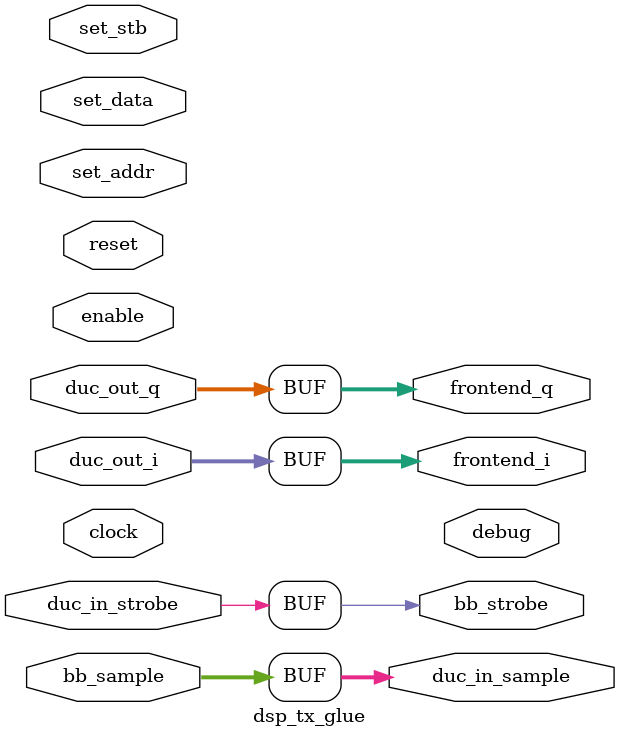
<source format=v>


module dsp_tx_glue
#(
    //the dsp unit number: 0, 1, 2...
    parameter DSPNO = 0,

    //frontend bus width
    parameter WIDTH = 24
)
(
    //control signals
    input clock, input reset, input enable,

    //user settings bus, controlled through user setting regs API
    input set_stb, input [7:0] set_addr, input [31:0] set_data,

    //full rate outputs directly to the TX frontend
    output [WIDTH-1:0] frontend_i,
    output [WIDTH-1:0] frontend_q,

    //full rate outputs directly from the DUC chain
    input [WIDTH-1:0] duc_out_i,
    input [WIDTH-1:0] duc_out_q,

    //strobed samples {I16,Q16} to the TX DUC chain
    output [31:0] duc_in_sample,
    input duc_in_strobe, //this is a backpressure signal

    //strobbed baseband samples {I16,Q16} to this module
    input [31:0] bb_sample,
    output bb_strobe, //this is a backpressure signal

    //debug output (optional)
    output [31:0] debug
);

    generate
        if (DSPNO==0) begin
            `ifndef TX_DSP0_MODULE
            assign frontend_i = duc_out_i;
            assign frontend_q = duc_out_q;
            assign duc_in_sample = bb_sample;
            assign bb_strobe = duc_in_strobe;
            `else
            TX_DSP0_MODULE tx_dsp0_custom
            (
                .clock(clock), .reset(reset), .enable(enable),
                .set_stb(set_stb), .set_addr(set_addr), .set_data(set_data),
                .frontend_i(frontend_i), .frontend_q(frontend_q),
                .duc_out_i(duc_out_i), .duc_out_q(duc_out_q),
                .duc_in_sample(duc_in_sample), .duc_in_strobe(duc_in_strobe),
                .bb_sample(bb_sample), .bb_strobe(bb_strobe)
            );
            `endif
        end
        else begin
            `ifndef TX_DSP1_MODULE
            assign frontend_i = duc_out_i;
            assign frontend_q = duc_out_q;
            assign duc_in_sample = bb_sample;
            assign bb_strobe = duc_in_strobe;
            `else
            TX_DSP1_MODULE tx_dsp1_custom
            (
                .clock(clock), .reset(reset), .enable(enable),
                .set_stb(set_stb), .set_addr(set_addr), .set_data(set_data),
                .frontend_i(frontend_i), .frontend_q(frontend_q),
                .duc_out_i(duc_out_i), .duc_out_q(duc_out_q),
                .duc_in_sample(duc_in_sample), .duc_in_strobe(duc_in_strobe),
                .bb_sample(bb_sample), .bb_strobe(bb_strobe)
            );
            `endif
        end
    endgenerate

endmodule //dsp_tx_glue

</source>
